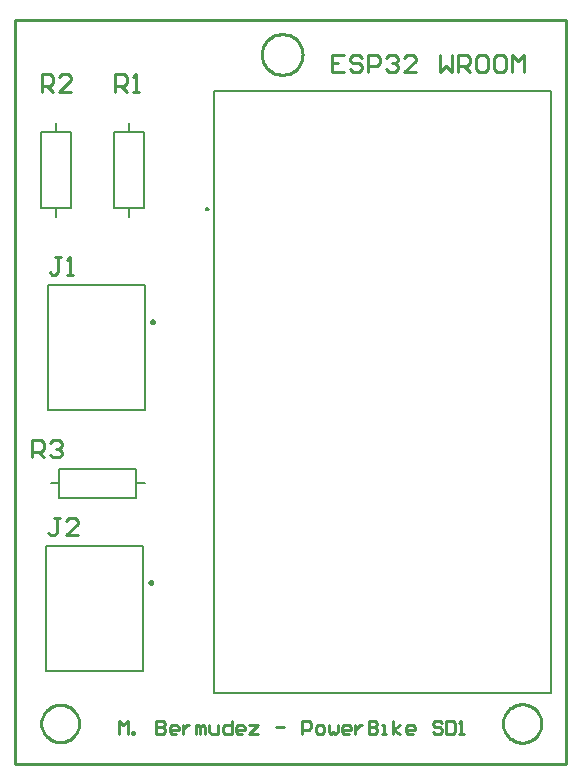
<source format=gto>
%FSDAX23Y23*%
%MOIN*%
%SFA1B1*%

%IPPOS*%
%ADD10C,0.010000*%
%ADD11C,0.009843*%
%ADD12C,0.007874*%
%ADD13C,0.005000*%
%LNpcbenvio_esp32-1*%
%LPD*%
G54D10*
X01462Y02655D02*
D01*
X01462Y02659*
X01462Y02663*
X01461Y02668*
X01460Y02672*
X01458Y02676*
X01457Y02680*
X01455Y02684*
X01453Y02688*
X01450Y02691*
X01447Y02695*
X01445Y02698*
X01441Y02701*
X01438Y02704*
X01435Y02706*
X01431Y02709*
X01427Y02711*
X01423Y02713*
X01419Y02714*
X01415Y02715*
X01410Y02716*
X01406Y02717*
X01402Y02717*
X01397*
X01393Y02717*
X01389Y02716*
X01384Y02715*
X01380Y02714*
X01376Y02713*
X01372Y02711*
X01368Y02709*
X01364Y02706*
X01361Y02704*
X01358Y02701*
X01354Y02698*
X01352Y02695*
X01349Y02691*
X01346Y02688*
X01344Y02684*
X01342Y02680*
X01341Y02676*
X01339Y02672*
X01338Y02668*
X01337Y02663*
X01337Y02659*
X01337Y02655*
X01337Y02650*
X01337Y02646*
X01338Y02641*
X01339Y02637*
X01341Y02633*
X01342Y02629*
X01344Y02625*
X01346Y02621*
X01349Y02618*
X01352Y02614*
X01354Y02611*
X01358Y02608*
X01361Y02605*
X01364Y02603*
X01368Y02600*
X01372Y02598*
X01376Y02596*
X01380Y02595*
X01384Y02594*
X01389Y02593*
X01393Y02592*
X01397Y02592*
X01402*
X01406Y02592*
X01410Y02593*
X01415Y02594*
X01419Y02595*
X01423Y02596*
X01427Y02598*
X01431Y02600*
X01435Y02603*
X01438Y02605*
X01441Y02608*
X01445Y02611*
X01447Y02614*
X01450Y02618*
X01453Y02621*
X01455Y02625*
X01457Y02629*
X01458Y02633*
X01460Y02637*
X01461Y02641*
X01462Y02646*
X01462Y02650*
X01462Y02655*
X03003D02*
D01*
X03003Y02659*
X03003Y02663*
X03002Y02668*
X03001Y02672*
X02999Y02676*
X02998Y02680*
X02996Y02684*
X02993Y02688*
X02991Y02692*
X02988Y02695*
X02985Y02699*
X02982Y02702*
X02979Y02705*
X02975Y02707*
X02971Y02710*
X02967Y02712*
X02963Y02714*
X02959Y02715*
X02955Y02716*
X02951Y02717*
X02946Y02718*
X02942Y02718*
X02937*
X02933Y02718*
X02928Y02717*
X02924Y02716*
X02920Y02715*
X02916Y02714*
X02912Y02712*
X02908Y02710*
X02904Y02707*
X02900Y02705*
X02897Y02702*
X02894Y02699*
X02891Y02695*
X02888Y02692*
X02886Y02688*
X02883Y02684*
X02881Y02680*
X02880Y02676*
X02878Y02672*
X02877Y02668*
X02876Y02663*
X02876Y02659*
X02876Y02655*
X02876Y02650*
X02876Y02646*
X02877Y02641*
X02878Y02637*
X02880Y02633*
X02881Y02629*
X02883Y02625*
X02886Y02621*
X02888Y02617*
X02891Y02614*
X02894Y02610*
X02897Y02607*
X02900Y02604*
X02904Y02602*
X02908Y02599*
X02912Y02597*
X02916Y02595*
X02920Y02594*
X02924Y02593*
X02928Y02592*
X02933Y02591*
X02937Y02591*
X02942*
X02946Y02591*
X02951Y02592*
X02955Y02593*
X02959Y02594*
X02963Y02595*
X02967Y02597*
X02971Y02599*
X02975Y02602*
X02979Y02604*
X02982Y02607*
X02985Y02610*
X02988Y02614*
X02991Y02617*
X02993Y02621*
X02996Y02625*
X02998Y02629*
X02999Y02633*
X03001Y02637*
X03002Y02641*
X03003Y02646*
X03003Y02650*
X03003Y02655*
X02208Y04885D02*
D01*
X02207Y04889*
X02207Y04894*
X02206Y04899*
X02205Y04903*
X02203Y04908*
X02202Y04912*
X02200Y04916*
X02197Y04921*
X02195Y04924*
X02192Y04928*
X02188Y04932*
X02185Y04935*
X02181Y04938*
X02178Y04941*
X02174Y04943*
X02169Y04946*
X02165Y04948*
X02161Y04949*
X02156Y04950*
X02151Y04951*
X02147Y04952*
X02142Y04952*
X02137*
X02132Y04952*
X02128Y04951*
X02123Y04950*
X02118Y04949*
X02114Y04948*
X02110Y04946*
X02105Y04943*
X02101Y04941*
X02098Y04938*
X02094Y04935*
X02091Y04932*
X02087Y04928*
X02084Y04924*
X02082Y04921*
X02079Y04916*
X02077Y04912*
X02076Y04908*
X02074Y04903*
X02073Y04899*
X02072Y04894*
X02072Y04889*
X02071Y04885*
X02072Y04880*
X02072Y04875*
X02073Y04870*
X02074Y04866*
X02076Y04861*
X02077Y04857*
X02079Y04853*
X02082Y04848*
X02084Y04845*
X02087Y04841*
X02091Y04837*
X02094Y04834*
X02098Y04831*
X02101Y04828*
X02105Y04826*
X02110Y04823*
X02114Y04821*
X02118Y04820*
X02123Y04819*
X02128Y04818*
X02132Y04817*
X02137Y04817*
X02142*
X02147Y04817*
X02151Y04818*
X02156Y04819*
X02161Y04820*
X02165Y04821*
X02169Y04823*
X02174Y04826*
X02178Y04828*
X02181Y04831*
X02185Y04834*
X02188Y04837*
X02192Y04841*
X02195Y04845*
X02197Y04848*
X02200Y04853*
X02202Y04857*
X02203Y04861*
X02205Y04866*
X02206Y04870*
X02207Y04875*
X02207Y04880*
X02208Y04885*
X01250Y02520D02*
X03085D01*
X01250Y05000D02*
X03085D01*
Y02520D02*
Y05000D01*
X01250Y02520D02*
Y05000D01*
Y02520D02*
X03085D01*
X01250Y05000D02*
X03085D01*
Y02520D02*
Y05000D01*
X01250Y02520D02*
Y05000D01*
X01583Y04759D02*
Y04818D01*
X01612*
X01622Y04808*
Y04788*
X01612Y04778*
X01583*
X01602D02*
X01622Y04759D01*
X01642D02*
X01662D01*
X01652*
Y04818*
X01642Y04808*
X01403Y04209D02*
X01383D01*
X01393*
Y04159*
X01383Y04150*
X01373*
X01364Y04159*
X01423Y04150D02*
X01443D01*
X01433*
Y04209*
X01423Y04199*
X01398Y03341D02*
X01378D01*
X01388*
Y03291*
X01378Y03282*
X01368*
X01359Y03291*
X01458Y03282D02*
X01418D01*
X01458Y03321*
Y03331*
X01448Y03341*
X01428*
X01418Y03331*
X02345Y04884D02*
X02305D01*
Y04825*
X02345*
X02305Y04855D02*
X02325D01*
X02405Y04874D02*
X02395Y04884D01*
X02375*
X02365Y04874*
Y04864*
X02375Y04855*
X02395*
X02405Y04845*
Y04835*
X02395Y04825*
X02375*
X02365Y04835*
X02425Y04825D02*
Y04884D01*
X02455*
X02465Y04874*
Y04855*
X02455Y04845*
X02425*
X02485Y04874D02*
X02495Y04884D01*
X02515*
X02525Y04874*
Y04864*
X02515Y04855*
X02505*
X02515*
X02525Y04845*
Y04835*
X02515Y04825*
X02495*
X02485Y04835*
X02585Y04825D02*
X02545D01*
X02585Y04864*
Y04874*
X02575Y04884*
X02555*
X02545Y04874*
X02664Y04884D02*
Y04825D01*
X02684Y04845*
X02704Y04825*
Y04884*
X02724Y04825D02*
Y04884D01*
X02754*
X02764Y04874*
Y04855*
X02754Y04845*
X02724*
X02744D02*
X02764Y04825D01*
X02814Y04884D02*
X02794D01*
X02784Y04874*
Y04835*
X02794Y04825*
X02814*
X02824Y04835*
Y04874*
X02814Y04884*
X02874D02*
X02854D01*
X02844Y04874*
Y04835*
X02854Y04825*
X02874*
X02884Y04835*
Y04874*
X02874Y04884*
X02904Y04825D02*
Y04884D01*
X02924Y04864*
X02944Y04884*
Y04825*
X01338Y04759D02*
Y04818D01*
X01367*
X01377Y04808*
Y04788*
X01367Y04778*
X01338*
X01357D02*
X01377Y04759D01*
X01437D02*
X01397D01*
X01437Y04798*
Y04808*
X01427Y04818*
X01407*
X01397Y04808*
X01306Y03542D02*
Y03601D01*
X01335*
X01345Y03591*
Y03571*
X01335Y03561*
X01306*
X01325D02*
X01345Y03542D01*
X01365Y03591D02*
X01375Y03601D01*
X01395*
X01405Y03591*
Y03581*
X01395Y03571*
X01385*
X01395*
X01405Y03561*
Y03551*
X01395Y03542*
X01375*
X01365Y03551*
X01595Y02620D02*
Y02664D01*
X01609Y02649*
X01624Y02664*
Y02620*
X01639D02*
Y02627D01*
X01646*
Y02620*
X01639*
X01720Y02664D02*
Y02620D01*
X01742*
X01749Y02627*
Y02634*
X01742Y02642*
X01720*
X01742*
X01749Y02649*
Y02656*
X01742Y02664*
X01720*
X01786Y02620D02*
X01771D01*
X01764Y02627*
Y02642*
X01771Y02649*
X01786*
X01794Y02642*
Y02634*
X01764*
X01808Y02649D02*
Y02620D01*
Y02634*
X01816Y02642*
X01823Y02649*
X01830*
X01853Y02620D02*
Y02649D01*
X01860*
X01867Y02642*
Y02620*
Y02642*
X01875Y02649*
X01882Y02642*
Y02620*
X01897Y02649D02*
Y02627D01*
X01904Y02620*
X01926*
Y02649*
X01971Y02664D02*
Y02620D01*
X01948*
X01941Y02627*
Y02642*
X01948Y02649*
X01971*
X02007Y02620D02*
X01993D01*
X01985Y02627*
Y02642*
X01993Y02649*
X02007*
X02015Y02642*
Y02634*
X01985*
X02030Y02649D02*
X02059D01*
X02030Y02620*
X02059*
X02118Y02642D02*
X02147D01*
X02206Y02620D02*
Y02664D01*
X02229*
X02236Y02656*
Y02642*
X02229Y02634*
X02206*
X02258Y02620D02*
X02273D01*
X02280Y02627*
Y02642*
X02273Y02649*
X02258*
X02251Y02642*
Y02627*
X02258Y02620*
X02295Y02649D02*
Y02627D01*
X02302Y02620*
X02310Y02627*
X02317Y02620*
X02324Y02627*
Y02649*
X02361Y02620D02*
X02347D01*
X02339Y02627*
Y02642*
X02347Y02649*
X02361*
X02369Y02642*
Y02634*
X02339*
X02383Y02649D02*
Y02620D01*
Y02634*
X02391Y02642*
X02398Y02649*
X02406*
X02428Y02664D02*
Y02620D01*
X02450*
X02457Y02627*
Y02634*
X02450Y02642*
X02428*
X02450*
X02457Y02649*
Y02656*
X02450Y02664*
X02428*
X02472Y02620D02*
X02487D01*
X02479*
Y02649*
X02472*
X02509Y02620D02*
Y02664D01*
Y02634D02*
X02531Y02649D01*
X02509Y02634D02*
X02531Y02620D01*
X02575D02*
X02560D01*
X02553Y02627*
Y02642*
X02560Y02649*
X02575*
X02582Y02642*
Y02634*
X02553*
X02671Y02656D02*
X02664Y02664D01*
X02649*
X02641Y02656*
Y02649*
X02649Y02642*
X02664*
X02671Y02634*
Y02627*
X02664Y02620*
X02649*
X02641Y02627*
X02686Y02664D02*
Y02620D01*
X02708*
X02715Y02627*
Y02656*
X02708Y02664*
X02686*
X02730Y02620D02*
X02745D01*
X02737*
Y02664*
X02730Y02656*
G54D11*
X01711Y03993D02*
D01*
X01711Y03993*
X01711Y03994*
X01711Y03994*
X01711Y03994*
X01711Y03995*
X01711Y03995*
X01711Y03995*
X01711Y03996*
X01710Y03996*
X01710Y03996*
X01710Y03996*
X01710Y03997*
X01710Y03997*
X01709Y03997*
X01709Y03997*
X01709Y03997*
X01708Y03997*
X01708Y03998*
X01708Y03998*
X01707Y03998*
X01707Y03998*
X01707Y03998*
X01706*
X01706Y03998*
X01706Y03998*
X01705Y03998*
X01705Y03998*
X01705Y03997*
X01704Y03997*
X01704Y03997*
X01704Y03997*
X01703Y03997*
X01703Y03997*
X01703Y03996*
X01703Y03996*
X01703Y03996*
X01702Y03996*
X01702Y03995*
X01702Y03995*
X01702Y03995*
X01702Y03994*
X01702Y03994*
X01702Y03994*
X01702Y03993*
X01702Y03993*
X01702Y03993*
X01702Y03992*
X01702Y03992*
X01702Y03992*
X01702Y03991*
X01702Y03991*
X01702Y03991*
X01702Y03990*
X01703Y03990*
X01703Y03990*
X01703Y03990*
X01703Y03989*
X01703Y03989*
X01704Y03989*
X01704Y03989*
X01704Y03989*
X01705Y03988*
X01705Y03988*
X01705Y03988*
X01706Y03988*
X01706Y03988*
X01706Y03988*
X01707*
X01707Y03988*
X01707Y03988*
X01708Y03988*
X01708Y03988*
X01708Y03988*
X01709Y03989*
X01709Y03989*
X01709Y03989*
X01710Y03989*
X01710Y03989*
X01710Y03990*
X01710Y03990*
X01710Y03990*
X01711Y03990*
X01711Y03991*
X01711Y03991*
X01711Y03991*
X01711Y03992*
X01711Y03992*
X01711Y03992*
X01711Y03993*
X01711Y03993*
X01706Y03125D02*
D01*
X01706Y03125*
X01706Y03125*
X01706Y03126*
X01706Y03126*
X01706Y03126*
X01706Y03127*
X01706Y03127*
X01706Y03127*
X01705Y03127*
X01705Y03128*
X01705Y03128*
X01705Y03128*
X01705Y03128*
X01704Y03129*
X01704Y03129*
X01704Y03129*
X01703Y03129*
X01703Y03129*
X01703Y03129*
X01702Y03129*
X01702Y03129*
X01702Y03129*
X01701*
X01701Y03129*
X01701Y03129*
X01700Y03129*
X01700Y03129*
X01700Y03129*
X01699Y03129*
X01699Y03129*
X01699Y03129*
X01698Y03128*
X01698Y03128*
X01698Y03128*
X01698Y03128*
X01698Y03127*
X01697Y03127*
X01697Y03127*
X01697Y03127*
X01697Y03126*
X01697Y03126*
X01697Y03126*
X01697Y03125*
X01697Y03125*
X01697Y03125*
X01697Y03124*
X01697Y03124*
X01697Y03123*
X01697Y03123*
X01697Y03123*
X01697Y03122*
X01697Y03122*
X01697Y03122*
X01698Y03122*
X01698Y03121*
X01698Y03121*
X01698Y03121*
X01698Y03121*
X01699Y03120*
X01699Y03120*
X01699Y03120*
X01700Y03120*
X01700Y03120*
X01700Y03120*
X01701Y03120*
X01701Y03120*
X01701Y03120*
X01702*
X01702Y03120*
X01702Y03120*
X01703Y03120*
X01703Y03120*
X01703Y03120*
X01704Y03120*
X01704Y03120*
X01704Y03120*
X01705Y03121*
X01705Y03121*
X01705Y03121*
X01705Y03121*
X01705Y03122*
X01706Y03122*
X01706Y03122*
X01706Y03122*
X01706Y03123*
X01706Y03123*
X01706Y03123*
X01706Y03124*
X01706Y03124*
X01706Y03125*
G54D12*
X01894Y04370D02*
D01*
X01894Y04370*
X01894Y04370*
X01894Y04370*
X01894Y04371*
X01894Y04371*
X01893Y04371*
X01893Y04371*
X01893Y04372*
X01893Y04372*
X01893Y04372*
X01893Y04372*
X01892Y04372*
X01892Y04373*
X01892Y04373*
X01892Y04373*
X01892Y04373*
X01891Y04373*
X01891Y04373*
X01891Y04373*
X01891Y04373*
X01890Y04373*
X01890Y04373*
X01890*
X01889Y04373*
X01889Y04373*
X01889Y04373*
X01889Y04373*
X01888Y04373*
X01888Y04373*
X01888Y04373*
X01888Y04373*
X01887Y04373*
X01887Y04372*
X01887Y04372*
X01887Y04372*
X01887Y04372*
X01887Y04372*
X01886Y04371*
X01886Y04371*
X01886Y04371*
X01886Y04371*
X01886Y04370*
X01886Y04370*
X01886Y04370*
X01886Y04370*
X01886Y04369*
X01886Y04369*
X01886Y04369*
X01886Y04368*
X01886Y04368*
X01886Y04368*
X01886Y04368*
X01887Y04367*
X01887Y04367*
X01887Y04367*
X01887Y04367*
X01887Y04367*
X01887Y04366*
X01888Y04366*
X01888Y04366*
X01888Y04366*
X01888Y04366*
X01889Y04366*
X01889Y04366*
X01889Y04366*
X01889Y04366*
X01890Y04366*
X01890*
X01890Y04366*
X01891Y04366*
X01891Y04366*
X01891Y04366*
X01891Y04366*
X01892Y04366*
X01892Y04366*
X01892Y04366*
X01892Y04366*
X01892Y04367*
X01893Y04367*
X01893Y04367*
X01893Y04367*
X01893Y04367*
X01893Y04368*
X01893Y04368*
X01894Y04368*
X01894Y04368*
X01894Y04369*
X01894Y04369*
X01894Y04369*
X01894Y04370*
X01679Y04372D02*
Y04627D01*
X01580Y04372D02*
X01679D01*
X01580D02*
Y04627D01*
X01679*
X01630D02*
Y04656D01*
Y04343D02*
Y04372D01*
X01358Y03698D02*
Y04115D01*
Y03698D02*
X01681D01*
Y04115*
X01358D02*
X01681D01*
X01353Y02829D02*
Y03247D01*
Y02829D02*
X01676D01*
Y03247*
X01353D02*
X01676D01*
X01335Y04372D02*
Y04627D01*
X01434*
Y04372D02*
Y04627D01*
X01335Y04372D02*
X01434D01*
X01385Y04343D02*
Y04372D01*
Y04627D02*
Y04656D01*
X01397Y03405D02*
X01652D01*
X01397D02*
Y03504D01*
X01652*
Y03405D02*
Y03504D01*
Y03455D02*
X01681D01*
X01368D02*
X01397D01*
G54D13*
X03035Y02756D02*
Y04762D01*
X01912Y02756D02*
X03035D01*
X01912Y04762D02*
X03035D01*
X01912Y02756D02*
Y04762D01*
X02348*
X02612*
X03035*
X01912Y02756D02*
Y04762D01*
X03035Y02756D02*
Y04762D01*
X01912Y02756D02*
X02124D01*
X02820*
X03035*
M02*
</source>
